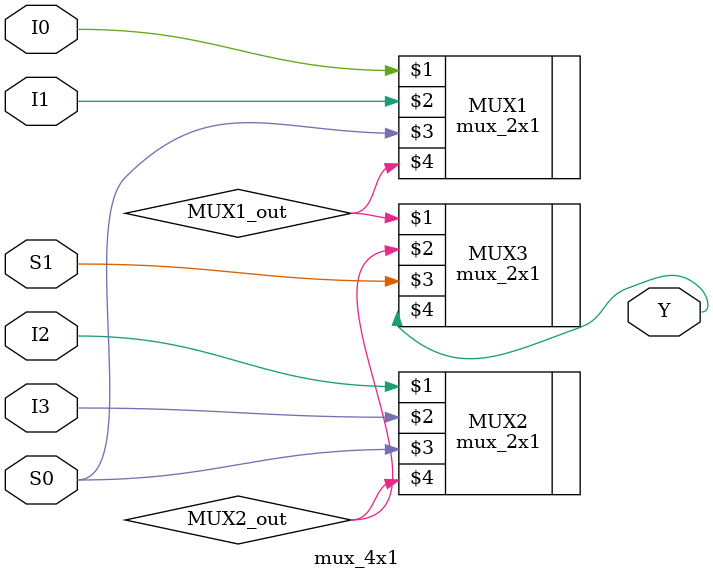
<source format=v>
module mux_4x1(
    input I0, I1, I2, I3, 
    input S1, S0, 
    output Y
);
    wire MUX1_out, MUX2_out;

    mux_2x1 MUX1 (I0, I1, S0, MUX1_out);
    mux_2x1 MUX2 (I2, I3, S0, MUX2_out);
    mux_2x1 MUX3 (MUX1_out, MUX2_out, S1, Y);
endmodule

</source>
